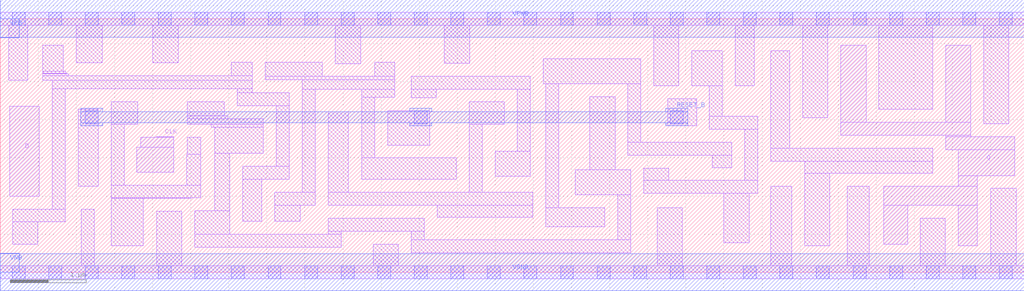
<source format=lef>
# Copyright 2020 The SkyWater PDK Authors
#
# Licensed under the Apache License, Version 2.0 (the "License");
# you may not use this file except in compliance with the License.
# You may obtain a copy of the License at
#
#     https://www.apache.org/licenses/LICENSE-2.0
#
# Unless required by applicable law or agreed to in writing, software
# distributed under the License is distributed on an "AS IS" BASIS,
# WITHOUT WARRANTIES OR CONDITIONS OF ANY KIND, either express or implied.
# See the License for the specific language governing permissions and
# limitations under the License.
#
# SPDX-License-Identifier: Apache-2.0

VERSION 5.5 ;
NAMESCASESENSITIVE ON ;
BUSBITCHARS "[]" ;
DIVIDERCHAR "/" ;
MACRO sky130_fd_sc_ms__dfrtp_4
  CLASS CORE ;
  SOURCE USER ;
  ORIGIN  0.000000  0.000000 ;
  SIZE  13.44000 BY  3.330000 ;
  SYMMETRY X Y R90 ;
  SITE unit ;
  PIN D
    ANTENNAGATEAREA  0.126000 ;
    DIRECTION INPUT ;
    USE SIGNAL ;
    PORT
      LAYER li1 ;
        RECT 0.125000 1.000000 0.515000 2.180000 ;
    END
  END D
  PIN Q
    ANTENNADIFFAREA  1.207100 ;
    DIRECTION OUTPUT ;
    USE SIGNAL ;
    PORT
      LAYER li1 ;
        RECT 11.035000 1.800000 12.740000 1.970000 ;
        RECT 11.035000 1.970000 11.365000 2.980000 ;
        RECT 11.595000 0.365000 11.910000 0.880000 ;
        RECT 11.595000 0.880000 12.825000 1.130000 ;
        RECT 12.410000 1.610000 13.315000 1.780000 ;
        RECT 12.410000 1.780000 12.740000 1.800000 ;
        RECT 12.410000 1.970000 12.740000 2.980000 ;
        RECT 12.575000 0.350000 12.825000 0.880000 ;
        RECT 12.575000 1.130000 12.825000 1.270000 ;
        RECT 12.575000 1.270000 13.315000 1.610000 ;
    END
  END Q
  PIN RESET_B
    ANTENNAGATEAREA  0.378000 ;
    DIRECTION INPUT ;
    USE SIGNAL ;
    PORT
      LAYER met1 ;
        RECT 1.055000 1.920000 1.345000 1.965000 ;
        RECT 1.055000 1.965000 9.025000 2.105000 ;
        RECT 1.055000 2.105000 1.345000 2.150000 ;
        RECT 5.375000 1.920000 5.665000 1.965000 ;
        RECT 5.375000 2.105000 5.665000 2.150000 ;
        RECT 8.735000 1.920000 9.025000 1.965000 ;
        RECT 8.735000 2.105000 9.025000 2.150000 ;
    END
  END RESET_B
  PIN CLK
    ANTENNAGATEAREA  0.261000 ;
    DIRECTION INPUT ;
    USE CLOCK ;
    PORT
      LAYER li1 ;
        RECT 1.795000 1.310000 2.275000 1.640000 ;
        RECT 1.845000 1.640000 2.275000 1.775000 ;
        RECT 2.045000 1.775000 2.275000 1.780000 ;
    END
  END CLK
  PIN VGND
    DIRECTION INOUT ;
    USE GROUND ;
    PORT
      LAYER met1 ;
        RECT 0.000000 -0.245000 13.440000 0.245000 ;
    END
  END VGND
  PIN VNB
    DIRECTION INOUT ;
    USE GROUND ;
    PORT
      LAYER met1 ;
        RECT 0.000000 0.000000 0.250000 0.250000 ;
    END
  END VNB
  PIN VPB
    DIRECTION INOUT ;
    USE POWER ;
    PORT
      LAYER met1 ;
        RECT 0.000000 3.080000 0.250000 3.330000 ;
    END
  END VPB
  PIN VPWR
    DIRECTION INOUT ;
    USE POWER ;
    PORT
      LAYER met1 ;
        RECT 0.000000 3.085000 13.440000 3.575000 ;
    END
  END VPWR
  OBS
    LAYER li1 ;
      RECT  0.000000 -0.085000 13.440000 0.085000 ;
      RECT  0.000000  3.245000 13.440000 3.415000 ;
      RECT  0.110000  2.520000  0.360000 3.245000 ;
      RECT  0.165000  0.370000  0.495000 0.660000 ;
      RECT  0.165000  0.660000  0.855000 0.830000 ;
      RECT  0.560000  2.520000  3.310000 2.580000 ;
      RECT  0.560000  2.580000  0.890000 2.605000 ;
      RECT  0.560000  2.605000  0.875000 2.615000 ;
      RECT  0.560000  2.615000  0.860000 2.640000 ;
      RECT  0.560000  2.640000  0.830000 2.980000 ;
      RECT  0.685000  0.830000  0.855000 2.410000 ;
      RECT  0.685000  2.410000  3.310000 2.520000 ;
      RECT  1.000000  2.750000  1.340000 3.245000 ;
      RECT  1.025000  1.130000  1.285000 2.140000 ;
      RECT  1.065000  0.085000  1.235000 0.830000 ;
      RECT  1.455000  0.350000  1.875000 0.970000 ;
      RECT  1.455000  0.970000  2.510000 0.975000 ;
      RECT  1.455000  0.975000  2.635000 1.140000 ;
      RECT  1.455000  1.140000  1.625000 1.945000 ;
      RECT  1.455000  1.945000  1.805000 2.240000 ;
      RECT  2.005000  2.750000  2.335000 3.245000 ;
      RECT  2.055000  0.085000  2.385000 0.800000 ;
      RECT  2.445000  1.140000  2.635000 1.550000 ;
      RECT  2.455000  1.550000  2.635000 1.775000 ;
      RECT  2.455000  1.945000  3.455000 2.015000 ;
      RECT  2.455000  2.015000  2.985000 2.055000 ;
      RECT  2.455000  2.055000  2.940000 2.240000 ;
      RECT  2.555000  0.330000  4.475000 0.500000 ;
      RECT  2.555000  0.500000  3.015000 0.805000 ;
      RECT  2.770000  1.905000  3.455000 1.945000 ;
      RECT  2.815000  0.805000  3.015000 1.560000 ;
      RECT  2.815000  1.560000  3.455000 1.905000 ;
      RECT  3.030000  2.580000  3.310000 2.755000 ;
      RECT  3.110000  2.185000  3.795000 2.355000 ;
      RECT  3.110000  2.355000  3.310000 2.410000 ;
      RECT  3.185000  0.670000  3.435000 1.220000 ;
      RECT  3.185000  1.220000  3.795000 1.390000 ;
      RECT  3.480000  2.525000  5.180000 2.570000 ;
      RECT  3.480000  2.570000  4.230000 2.755000 ;
      RECT  3.605000  0.670000  3.935000 0.880000 ;
      RECT  3.605000  0.880000  4.135000 1.050000 ;
      RECT  3.625000  1.390000  3.795000 2.185000 ;
      RECT  3.965000  1.050000  4.135000 2.400000 ;
      RECT  3.965000  2.400000  5.180000 2.525000 ;
      RECT  4.305000  0.500000  4.475000 0.540000 ;
      RECT  4.305000  0.540000  5.565000 0.710000 ;
      RECT  4.305000  0.880000  6.990000 1.050000 ;
      RECT  4.305000  1.050000  4.570000 2.105000 ;
      RECT  4.400000  2.740000  4.730000 3.245000 ;
      RECT  4.745000  1.220000  5.985000 1.500000 ;
      RECT  4.745000  1.500000  4.915000 2.295000 ;
      RECT  4.745000  2.295000  5.180000 2.400000 ;
      RECT  4.895000  0.085000  5.225000 0.370000 ;
      RECT  4.915000  2.570000  5.180000 2.755000 ;
      RECT  5.085000  1.670000  5.635000 2.120000 ;
      RECT  5.395000  0.255000  8.275000 0.425000 ;
      RECT  5.395000  0.425000  5.565000 0.540000 ;
      RECT  5.395000  2.290000  5.725000 2.405000 ;
      RECT  5.395000  2.405000  6.955000 2.575000 ;
      RECT  5.735000  0.720000  6.990000 0.880000 ;
      RECT  5.830000  2.745000  6.165000 3.245000 ;
      RECT  6.155000  1.050000  6.325000 1.940000 ;
      RECT  6.155000  1.940000  6.615000 2.235000 ;
      RECT  6.495000  1.260000  6.955000 1.590000 ;
      RECT  6.785000  1.590000  6.955000 2.405000 ;
      RECT  7.125000  2.475000  8.410000 2.805000 ;
      RECT  7.160000  0.595000  7.935000 0.845000 ;
      RECT  7.160000  0.845000  7.330000 2.475000 ;
      RECT  7.545000  1.015000  8.275000 1.345000 ;
      RECT  7.740000  1.345000  8.070000 2.305000 ;
      RECT  8.105000  0.425000  8.275000 1.015000 ;
      RECT  8.240000  1.535000  9.605000 1.705000 ;
      RECT  8.240000  1.705000  8.410000 2.475000 ;
      RECT  8.445000  1.035000  9.945000 1.205000 ;
      RECT  8.445000  1.205000  8.775000 1.365000 ;
      RECT  8.580000  2.445000  8.910000 3.245000 ;
      RECT  8.625000  0.085000  8.955000 0.845000 ;
      RECT  8.765000  1.920000  9.140000 2.275000 ;
      RECT  9.080000  2.445000  9.480000 2.905000 ;
      RECT  9.310000  1.875000  9.945000 2.045000 ;
      RECT  9.310000  2.045000  9.480000 2.445000 ;
      RECT  9.345000  1.375000  9.605000 1.535000 ;
      RECT  9.500000  0.385000  9.830000 1.035000 ;
      RECT  9.650000  2.445000  9.900000 3.245000 ;
      RECT  9.775000  1.205000  9.945000 1.875000 ;
      RECT 10.115000  0.085000 10.390000 1.130000 ;
      RECT 10.115000  1.460000 12.240000 1.630000 ;
      RECT 10.115000  1.630000 10.365000 2.905000 ;
      RECT 10.535000  2.025000 10.865000 3.245000 ;
      RECT 10.560000  0.350000 10.890000 1.300000 ;
      RECT 10.560000  1.300000 12.240000 1.460000 ;
      RECT 11.120000  0.085000 11.410000 1.130000 ;
      RECT 11.535000  2.140000 12.240000 3.245000 ;
      RECT 12.080000  0.085000 12.405000 0.710000 ;
      RECT 12.910000  1.950000 13.240000 3.245000 ;
      RECT 13.005000  0.085000 13.335000 1.100000 ;
    LAYER mcon ;
      RECT  0.155000 -0.085000  0.325000 0.085000 ;
      RECT  0.155000  3.245000  0.325000 3.415000 ;
      RECT  0.635000 -0.085000  0.805000 0.085000 ;
      RECT  0.635000  3.245000  0.805000 3.415000 ;
      RECT  1.115000 -0.085000  1.285000 0.085000 ;
      RECT  1.115000  1.950000  1.285000 2.120000 ;
      RECT  1.115000  3.245000  1.285000 3.415000 ;
      RECT  1.595000 -0.085000  1.765000 0.085000 ;
      RECT  1.595000  3.245000  1.765000 3.415000 ;
      RECT  2.075000 -0.085000  2.245000 0.085000 ;
      RECT  2.075000  3.245000  2.245000 3.415000 ;
      RECT  2.555000 -0.085000  2.725000 0.085000 ;
      RECT  2.555000  3.245000  2.725000 3.415000 ;
      RECT  3.035000 -0.085000  3.205000 0.085000 ;
      RECT  3.035000  3.245000  3.205000 3.415000 ;
      RECT  3.515000 -0.085000  3.685000 0.085000 ;
      RECT  3.515000  3.245000  3.685000 3.415000 ;
      RECT  3.995000 -0.085000  4.165000 0.085000 ;
      RECT  3.995000  3.245000  4.165000 3.415000 ;
      RECT  4.475000 -0.085000  4.645000 0.085000 ;
      RECT  4.475000  3.245000  4.645000 3.415000 ;
      RECT  4.955000 -0.085000  5.125000 0.085000 ;
      RECT  4.955000  3.245000  5.125000 3.415000 ;
      RECT  5.435000 -0.085000  5.605000 0.085000 ;
      RECT  5.435000  1.950000  5.605000 2.120000 ;
      RECT  5.435000  3.245000  5.605000 3.415000 ;
      RECT  5.915000 -0.085000  6.085000 0.085000 ;
      RECT  5.915000  3.245000  6.085000 3.415000 ;
      RECT  6.395000 -0.085000  6.565000 0.085000 ;
      RECT  6.395000  3.245000  6.565000 3.415000 ;
      RECT  6.875000 -0.085000  7.045000 0.085000 ;
      RECT  6.875000  3.245000  7.045000 3.415000 ;
      RECT  7.355000 -0.085000  7.525000 0.085000 ;
      RECT  7.355000  3.245000  7.525000 3.415000 ;
      RECT  7.835000 -0.085000  8.005000 0.085000 ;
      RECT  7.835000  3.245000  8.005000 3.415000 ;
      RECT  8.315000 -0.085000  8.485000 0.085000 ;
      RECT  8.315000  3.245000  8.485000 3.415000 ;
      RECT  8.795000 -0.085000  8.965000 0.085000 ;
      RECT  8.795000  1.950000  8.965000 2.120000 ;
      RECT  8.795000  3.245000  8.965000 3.415000 ;
      RECT  9.275000 -0.085000  9.445000 0.085000 ;
      RECT  9.275000  3.245000  9.445000 3.415000 ;
      RECT  9.755000 -0.085000  9.925000 0.085000 ;
      RECT  9.755000  3.245000  9.925000 3.415000 ;
      RECT 10.235000 -0.085000 10.405000 0.085000 ;
      RECT 10.235000  3.245000 10.405000 3.415000 ;
      RECT 10.715000 -0.085000 10.885000 0.085000 ;
      RECT 10.715000  3.245000 10.885000 3.415000 ;
      RECT 11.195000 -0.085000 11.365000 0.085000 ;
      RECT 11.195000  3.245000 11.365000 3.415000 ;
      RECT 11.675000 -0.085000 11.845000 0.085000 ;
      RECT 11.675000  3.245000 11.845000 3.415000 ;
      RECT 12.155000 -0.085000 12.325000 0.085000 ;
      RECT 12.155000  3.245000 12.325000 3.415000 ;
      RECT 12.635000 -0.085000 12.805000 0.085000 ;
      RECT 12.635000  3.245000 12.805000 3.415000 ;
      RECT 13.115000 -0.085000 13.285000 0.085000 ;
      RECT 13.115000  3.245000 13.285000 3.415000 ;
  END
END sky130_fd_sc_ms__dfrtp_4

</source>
